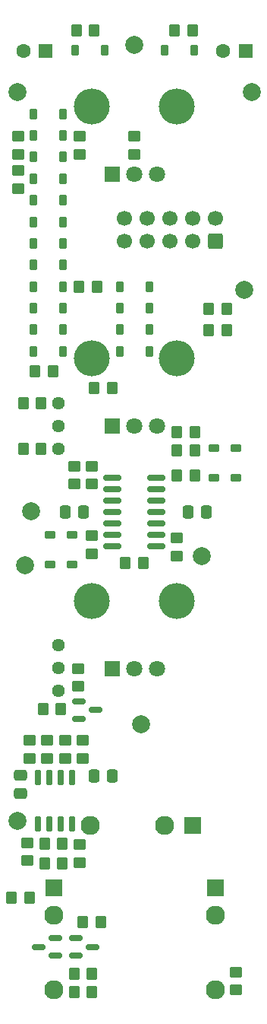
<source format=gbs>
G04 #@! TF.GenerationSoftware,KiCad,Pcbnew,8.0.5*
G04 #@! TF.CreationDate,2024-11-24T11:29:42+01:00*
G04 #@! TF.ProjectId,wavefolder,77617665-666f-46c6-9465-722e6b696361,rev?*
G04 #@! TF.SameCoordinates,Original*
G04 #@! TF.FileFunction,Soldermask,Bot*
G04 #@! TF.FilePolarity,Negative*
%FSLAX46Y46*%
G04 Gerber Fmt 4.6, Leading zero omitted, Abs format (unit mm)*
G04 Created by KiCad (PCBNEW 8.0.5) date 2024-11-24 11:29:42*
%MOMM*%
%LPD*%
G01*
G04 APERTURE LIST*
G04 Aperture macros list*
%AMRoundRect*
0 Rectangle with rounded corners*
0 $1 Rounding radius*
0 $2 $3 $4 $5 $6 $7 $8 $9 X,Y pos of 4 corners*
0 Add a 4 corners polygon primitive as box body*
4,1,4,$2,$3,$4,$5,$6,$7,$8,$9,$2,$3,0*
0 Add four circle primitives for the rounded corners*
1,1,$1+$1,$2,$3*
1,1,$1+$1,$4,$5*
1,1,$1+$1,$6,$7*
1,1,$1+$1,$8,$9*
0 Add four rect primitives between the rounded corners*
20,1,$1+$1,$2,$3,$4,$5,0*
20,1,$1+$1,$4,$5,$6,$7,0*
20,1,$1+$1,$6,$7,$8,$9,0*
20,1,$1+$1,$8,$9,$2,$3,0*%
G04 Aperture macros list end*
%ADD10R,1.930000X1.830000*%
%ADD11C,2.130000*%
%ADD12R,1.830000X1.930000*%
%ADD13O,4.000000X4.000000*%
%ADD14R,1.800000X1.800000*%
%ADD15C,1.800000*%
%ADD16C,1.440000*%
%ADD17RoundRect,0.150000X-0.587500X-0.150000X0.587500X-0.150000X0.587500X0.150000X-0.587500X0.150000X0*%
%ADD18RoundRect,0.250000X0.350000X0.450000X-0.350000X0.450000X-0.350000X-0.450000X0.350000X-0.450000X0*%
%ADD19RoundRect,0.250000X0.600000X-0.600000X0.600000X0.600000X-0.600000X0.600000X-0.600000X-0.600000X0*%
%ADD20C,1.700000*%
%ADD21RoundRect,0.250000X-0.350000X-0.450000X0.350000X-0.450000X0.350000X0.450000X-0.350000X0.450000X0*%
%ADD22RoundRect,0.225000X0.225000X0.375000X-0.225000X0.375000X-0.225000X-0.375000X0.225000X-0.375000X0*%
%ADD23RoundRect,0.250000X0.450000X-0.350000X0.450000X0.350000X-0.450000X0.350000X-0.450000X-0.350000X0*%
%ADD24RoundRect,0.150000X-0.825000X-0.150000X0.825000X-0.150000X0.825000X0.150000X-0.825000X0.150000X0*%
%ADD25C,2.000000*%
%ADD26RoundRect,0.225000X-0.225000X-0.375000X0.225000X-0.375000X0.225000X0.375000X-0.225000X0.375000X0*%
%ADD27RoundRect,0.250000X-0.450000X0.350000X-0.450000X-0.350000X0.450000X-0.350000X0.450000X0.350000X0*%
%ADD28RoundRect,0.150000X0.587500X0.150000X-0.587500X0.150000X-0.587500X-0.150000X0.587500X-0.150000X0*%
%ADD29RoundRect,0.225000X0.375000X-0.225000X0.375000X0.225000X-0.375000X0.225000X-0.375000X-0.225000X0*%
%ADD30R,1.600000X1.600000*%
%ADD31C,1.600000*%
%ADD32RoundRect,0.250000X0.475000X-0.337500X0.475000X0.337500X-0.475000X0.337500X-0.475000X-0.337500X0*%
%ADD33RoundRect,0.225000X-0.375000X0.225000X-0.375000X-0.225000X0.375000X-0.225000X0.375000X0.225000X0*%
%ADD34RoundRect,0.250000X0.337500X0.475000X-0.337500X0.475000X-0.337500X-0.475000X0.337500X-0.475000X0*%
%ADD35RoundRect,0.150000X-0.150000X0.725000X-0.150000X-0.725000X0.150000X-0.725000X0.150000X0.725000X0*%
G04 APERTURE END LIST*
D10*
X56000000Y-146900000D03*
D11*
X56000000Y-158300000D03*
X56000000Y-150000000D03*
D12*
X71480000Y-140000000D03*
D11*
X60080000Y-140000000D03*
X68380000Y-140000000D03*
D10*
X74000000Y-146900000D03*
D11*
X74000000Y-158300000D03*
X74000000Y-150000000D03*
D13*
X60250000Y-115000000D03*
X69750000Y-115000000D03*
D14*
X62500000Y-122500000D03*
D15*
X65000000Y-122500000D03*
X67500000Y-122500000D03*
D16*
X56500000Y-119950000D03*
X56500000Y-122490000D03*
X56500000Y-125030000D03*
D13*
X60250000Y-88000000D03*
X69750000Y-88000000D03*
D14*
X62500000Y-95500000D03*
D15*
X65000000Y-95500000D03*
X67500000Y-95500000D03*
D16*
X56500000Y-92960000D03*
X56500000Y-95500000D03*
X56500000Y-98040000D03*
D13*
X60250000Y-60000000D03*
X69750000Y-60000000D03*
D14*
X62500000Y-67500000D03*
D15*
X65000000Y-67500000D03*
X67500000Y-67500000D03*
D17*
X58437500Y-154450000D03*
X58437500Y-152550000D03*
X60312500Y-153500000D03*
D18*
X66000000Y-110750000D03*
X64000000Y-110750000D03*
D19*
X74000000Y-75000000D03*
D20*
X74000000Y-72460000D03*
X71460000Y-75000000D03*
X71460000Y-72460000D03*
X68920000Y-75000000D03*
X68920000Y-72460000D03*
X66380000Y-75000000D03*
X66380000Y-72460000D03*
X63840000Y-75000000D03*
X63840000Y-72460000D03*
D21*
X69750000Y-96200000D03*
X71750000Y-96200000D03*
D22*
X66650000Y-87200000D03*
X63350000Y-87200000D03*
D23*
X58250000Y-102000000D03*
X58250000Y-100000000D03*
D24*
X62500000Y-108870000D03*
X62500000Y-107600000D03*
X62500000Y-106330000D03*
X62500000Y-105060000D03*
X62500000Y-103790000D03*
X62500000Y-102520000D03*
X62500000Y-101250000D03*
X67450000Y-101250000D03*
X67450000Y-102520000D03*
X67450000Y-103790000D03*
X67450000Y-105060000D03*
X67450000Y-106330000D03*
X67450000Y-107600000D03*
X67450000Y-108870000D03*
D25*
X77250000Y-80400000D03*
X51900000Y-139500000D03*
D26*
X53750000Y-75200000D03*
X57050000Y-75200000D03*
X53750000Y-65600000D03*
X57050000Y-65600000D03*
D27*
X60250000Y-100000000D03*
X60250000Y-102000000D03*
D28*
X56187500Y-152550000D03*
X56187500Y-154450000D03*
X54312500Y-153500000D03*
D29*
X76300000Y-101250000D03*
X76300000Y-97950000D03*
D27*
X57250000Y-130500000D03*
X57250000Y-132500000D03*
D21*
X69750000Y-98200000D03*
X71750000Y-98200000D03*
D27*
X58750000Y-122500000D03*
X58750000Y-124500000D03*
X58900000Y-142100000D03*
X58900000Y-144100000D03*
D21*
X58250000Y-158500000D03*
X60250000Y-158500000D03*
D23*
X55250000Y-132500000D03*
X55250000Y-130500000D03*
D26*
X53750000Y-80000000D03*
X57050000Y-80000000D03*
D18*
X60250000Y-156500000D03*
X58250000Y-156500000D03*
D30*
X77382380Y-53800000D03*
D31*
X74882380Y-53800000D03*
D22*
X71650000Y-53700000D03*
X68350000Y-53700000D03*
D32*
X52250000Y-136437500D03*
X52250000Y-134362500D03*
D23*
X76300000Y-158300000D03*
X76300000Y-156300000D03*
X58900000Y-65300000D03*
X58900000Y-63300000D03*
D22*
X57050000Y-82400000D03*
X53750000Y-82400000D03*
D21*
X73300000Y-84900000D03*
X75300000Y-84900000D03*
D33*
X58000000Y-107600000D03*
X58000000Y-110900000D03*
D21*
X69500000Y-51500000D03*
X71500000Y-51500000D03*
D23*
X52000000Y-65300000D03*
X52000000Y-63300000D03*
D29*
X55600000Y-110900000D03*
X55600000Y-107600000D03*
D22*
X57050000Y-87200000D03*
X53750000Y-87200000D03*
D25*
X51900000Y-58400000D03*
D22*
X57050000Y-68000000D03*
X53750000Y-68000000D03*
D26*
X63350000Y-80000000D03*
X66650000Y-80000000D03*
D25*
X72500000Y-110000000D03*
D26*
X53750000Y-60800000D03*
X57050000Y-60800000D03*
D34*
X62537500Y-134500000D03*
X60462500Y-134500000D03*
D22*
X66650000Y-82400000D03*
X63350000Y-82400000D03*
D26*
X53750000Y-70400000D03*
X57050000Y-70400000D03*
D22*
X61650000Y-53700000D03*
X58350000Y-53700000D03*
D18*
X53300000Y-148000000D03*
X51300000Y-148000000D03*
D33*
X73900000Y-97950000D03*
X73900000Y-101250000D03*
D21*
X52600000Y-98100000D03*
X54600000Y-98100000D03*
D27*
X53000000Y-141900000D03*
X53000000Y-143900000D03*
D17*
X58800000Y-128100000D03*
X58800000Y-126200000D03*
X60675000Y-127150000D03*
D34*
X59337500Y-105100000D03*
X57262500Y-105100000D03*
D18*
X56950000Y-142000000D03*
X54950000Y-142000000D03*
D22*
X57050000Y-72800000D03*
X53750000Y-72800000D03*
D18*
X55900000Y-89400000D03*
X53900000Y-89400000D03*
D23*
X69750000Y-110000000D03*
X69750000Y-108000000D03*
D27*
X52000000Y-67100000D03*
X52000000Y-69100000D03*
D30*
X55100000Y-53800000D03*
D31*
X52600000Y-53800000D03*
D25*
X78100000Y-58400000D03*
D21*
X73300000Y-82500000D03*
X75300000Y-82500000D03*
D18*
X60500000Y-51500000D03*
X58500000Y-51500000D03*
X61250000Y-150750000D03*
X59250000Y-150750000D03*
D26*
X63350000Y-84800000D03*
X66650000Y-84800000D03*
D21*
X52600000Y-93000000D03*
X54600000Y-93000000D03*
D34*
X73037500Y-105100000D03*
X70962500Y-105100000D03*
D23*
X53250000Y-132500000D03*
X53250000Y-130500000D03*
D22*
X57050000Y-77600000D03*
X53750000Y-77600000D03*
D25*
X53500000Y-105000000D03*
D26*
X53750000Y-84800000D03*
X57050000Y-84800000D03*
D21*
X54800000Y-127000000D03*
X56800000Y-127000000D03*
X58800000Y-80000000D03*
X60800000Y-80000000D03*
D23*
X60200000Y-109740000D03*
X60200000Y-107740000D03*
D18*
X56950000Y-144200000D03*
X54950000Y-144200000D03*
D35*
X54230000Y-134675000D03*
X55500000Y-134675000D03*
X56770000Y-134675000D03*
X58040000Y-134675000D03*
X58040000Y-139825000D03*
X56770000Y-139825000D03*
X55500000Y-139825000D03*
X54230000Y-139825000D03*
D22*
X57050000Y-63200000D03*
X53750000Y-63200000D03*
D21*
X60500000Y-91300000D03*
X62500000Y-91300000D03*
D27*
X65000000Y-63300000D03*
X65000000Y-65300000D03*
X59250000Y-130500000D03*
X59250000Y-132500000D03*
D25*
X65000000Y-53100000D03*
D18*
X71750000Y-101050000D03*
X69750000Y-101050000D03*
D25*
X52800000Y-111000000D03*
X65750000Y-128750000D03*
M02*

</source>
